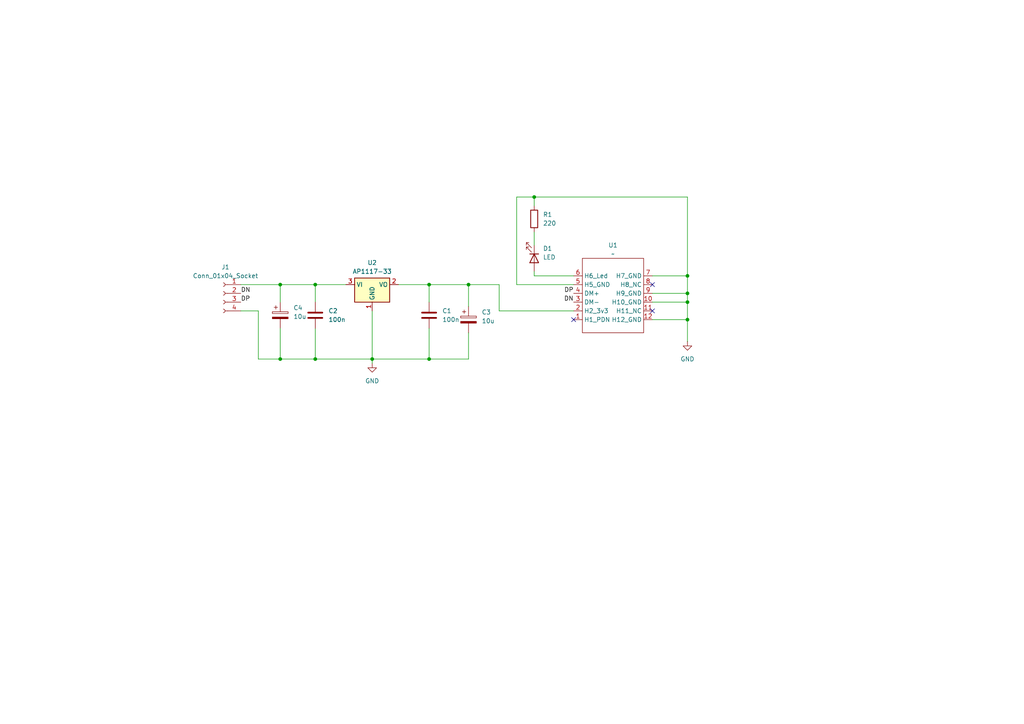
<source format=kicad_sch>
(kicad_sch (version 20231120) (generator "eeschema") (generator_version "8.0")
  (paper "A4")
  (lib_symbols
    (symbol "Connector:Conn_01x04_Socket" (pin_names (offset 1.016) hide)
      (property "Reference" "J" (at 0 5.08 0))
      (property "Value" "Conn_01x04_Socket" (at 0 -7.62 0))
      (symbol "Conn_01x04_Socket_1_1"
        (arc (start 0 -4.572) (mid -0.5058 -5.08) (end 0 -5.588) (stroke (width 0.1524)))
        (arc (start 0 -2.032) (mid -0.5058 -2.54) (end 0 -3.048) (stroke (width 0.1524)))
        (polyline (pts (xy -1.27 -5.08) (xy -0.508 -5.08)) (stroke (width 0.1524)))
        (polyline (pts (xy -1.27 -2.54) (xy -0.508 -2.54)) (stroke (width 0.1524)))
        (polyline (pts (xy -1.27 0) (xy -0.508 0)) (stroke (width 0.1524)))
        (polyline (pts (xy -1.27 2.54) (xy -0.508 2.54)) (stroke (width 0.1524)))
        (arc (start 0 0.508) (mid -0.5058 0) (end 0 -0.508) (stroke (width 0.1524)))
        (arc (start 0 3.048) (mid -0.5058 2.54) (end 0 2.032) (stroke (width 0.1524)))
        (pin passive line (at -5.08 2.54 0) (length 3.81) (name "Pin_1") (number "1"))
        (pin passive line (at -5.08 0 0) (length 3.81) (name "Pin_2") (number "2"))
        (pin passive line (at -5.08 -2.54 0) (length 3.81) (name "Pin_3") (number "3"))
        (pin passive line (at -5.08 -5.08 0) (length 3.81) (name "Pin_4") (number "4"))
      )
    )
    (symbol "Device:C" (pin_numbers hide) (pin_names (offset 0.254))
      (property "Reference" "C" (at 0.635 2.54 0))
      (property "Value" "C" (at 0.635 -2.54 0))
      (symbol "C_0_1"
        (polyline (pts (xy -2.032 -0.762) (xy 2.032 -0.762)) (stroke (width 0.508)))
        (polyline (pts (xy -2.032 0.762) (xy 2.032 0.762)) (stroke (width 0.508)))
      )
      (symbol "C_1_1"
        (pin passive line (at 0 3.81 270) (length 2.794) (name "~") (number "1"))
        (pin passive line (at 0 -3.81 90) (length 2.794) (name "~") (number "2"))
      )
    )
    (symbol "Device:C_Polarized" (pin_numbers hide) (pin_names (offset 0.254))
      (property "Reference" "C" (at 0.635 2.54 0))
      (property "Value" "C_Polarized" (at 0.635 -2.54 0))
      (symbol "C_Polarized_0_1"
        (rectangle (start -2.286 0.508) (end 2.286 1.016))
        (polyline (pts (xy -1.778 2.286) (xy -0.762 2.286)))
        (polyline (pts (xy -1.27 2.794) (xy -1.27 1.778)))
        (rectangle (start 2.286 -0.508) (end -2.286 -1.016) (fill (type outline)))
      )
      (symbol "C_Polarized_1_1"
        (pin passive line (at 0 3.81 270) (length 2.794) (name "~") (number "1"))
        (pin passive line (at 0 -3.81 90) (length 2.794) (name "~") (number "2"))
      )
    )
    (symbol "Device:LED" (pin_numbers hide) (pin_names (offset 1.016) hide)
      (property "Reference" "D" (at 0 2.54 0))
      (property "Value" "LED" (at 0 -2.54 0))
      (symbol "LED_0_1"
        (polyline (pts (xy -1.27 -1.27) (xy -1.27 1.27)) (stroke (width 0.254)))
        (polyline (pts (xy -1.27 0) (xy 1.27 0)))
        (polyline (pts (xy 1.27 -1.27) (xy 1.27 1.27) (xy -1.27 0) (xy 1.27 -1.27)) (stroke (width 0.254)))
        (polyline (pts (xy -3.048 -0.762) (xy -4.572 -2.286) (xy -3.81 -2.286) (xy -4.572 -2.286) (xy -4.572 -1.524)))
        (polyline (pts (xy -1.778 -0.762) (xy -3.302 -2.286) (xy -2.54 -2.286) (xy -3.302 -2.286) (xy -3.302 -1.524)))
      )
      (symbol "LED_1_1"
        (pin passive line (at -3.81 0 0) (length 2.54) (name "K") (number "1"))
        (pin passive line (at 3.81 0 180) (length 2.54) (name "A") (number "2"))
      )
    )
    (symbol "Device:R" (pin_numbers hide) (pin_names (offset 0))
      (property "Reference" "R" (at 2.032 0 90))
      (property "Value" "R" (at 0 0 90))
      (symbol "R_0_1"
        (rectangle (start -1.016 -2.54) (end 1.016 2.54) (stroke (width 0.254)))
      )
      (symbol "R_1_1"
        (pin passive line (at 0 3.81 270) (length 1.27) (name "~") (number "1"))
        (pin passive line (at 0 -3.81 90) (length 1.27) (name "~") (number "2"))
      )
    )
    (symbol "New_Library:RTL8812AU"
      (property "Reference" "U" (at -2.54 0 0))
      (symbol "RTL8812AU_0_1"
        (rectangle (start -8.89 11.43) (end 8.89 -10.16))
      )
      (symbol "RTL8812AU_1_1"
        (pin input line (at -11.43 -6.35 0) (length 2.54) (name "H1_PDN") (number "1"))
        (pin input line (at 11.43 -1.27 180) (length 2.54) (name "H10_GND") (number "10"))
        (pin input line (at 11.43 -3.81 180) (length 2.54) (name "H11_NC") (number "11"))
        (pin input line (at 11.43 -6.35 180) (length 2.54) (name "H12_GND") (number "12"))
        (pin input line (at -11.43 -3.81 0) (length 2.54) (name "H2_3v3") (number "2"))
        (pin input line (at -11.43 -1.27 0) (length 2.54) (name "DM-") (number "3"))
        (pin input line (at -11.43 1.27 0) (length 2.54) (name "DM+") (number "4"))
        (pin input line (at -11.43 3.81 0) (length 2.54) (name "H5_GND") (number "5"))
        (pin input line (at -11.43 6.35 0) (length 2.54) (name "H6_Led") (number "6"))
        (pin input line (at 11.43 6.35 180) (length 2.54) (name "H7_GND") (number "7"))
        (pin input line (at 11.43 3.81 180) (length 2.54) (name "H8_NC") (number "8"))
        (pin input line (at 11.43 1.27 180) (length 2.54) (name "H9_GND") (number "9"))
      )
    )
    (symbol "Regulator_Linear:AP1117-33"
      (property "Reference" "U" (at -3.81 3.175 0))
      (property "Value" "AP1117-33" (at 0 3.175 0))
      (symbol "AP1117-33_0_1"
        (rectangle (start -5.08 -5.08) (end 5.08 1.905) (stroke (width 0.254)) (fill (type background)))
      )
      (symbol "AP1117-33_1_1"
        (pin power_in line (at 0 -7.62 90) (length 2.54) (name "GND") (number "1"))
        (pin power_out line (at 7.62 0 180) (length 2.54) (name "VO") (number "2"))
        (pin power_in line (at -7.62 0 0) (length 2.54) (name "VI") (number "3"))
      )
    )
    (symbol "power:GND" (power) (pin_numbers hide) (pin_names (offset 0) hide)
      (property "Value" "GND" (at 0 -3.81 0))
      (symbol "GND_0_1"
        (polyline (pts (xy 0 0) (xy 0 -1.27) (xy 1.27 -1.27) (xy 0 -2.54) (xy -1.27 -1.27) (xy 0 -1.27)))
      )
      (symbol "GND_1_1"
        (pin power_in line (at 0 0 270) (length 0) (name "~") (number "1"))
      )
    )
  )
  (junction (at 199.39 87.63))
  (junction (at 199.39 92.71))
  (junction (at 124.46 82.55))
  (junction (at 107.95 104.14))
  (junction (at 199.39 80.01))
  (junction (at 81.28 104.14))
  (junction (at 81.28 82.55))
  (junction (at 154.94 57.15))
  (junction (at 135.89 82.55))
  (junction (at 124.46 104.14))
  (junction (at 199.39 85.09))
  (junction (at 91.44 104.14))
  (junction (at 91.44 82.55))
  (no_connect (at 166.37 92.71))
  (no_connect (at 189.23 82.55))
  (no_connect (at 189.23 90.17))
  (wire (pts (xy 189.23 80.01) (xy 199.39 80.01)))
  (wire (pts (xy 166.37 82.55) (xy 149.86 82.55)))
  (wire (pts (xy 124.46 82.55) (xy 124.46 87.63)))
  (wire (pts (xy 154.94 78.74) (xy 154.94 80.01)))
  (wire (pts (xy 199.39 85.09) (xy 199.39 87.63)))
  (wire (pts (xy 81.28 82.55) (xy 91.44 82.55)))
  (wire (pts (xy 81.28 82.55) (xy 81.28 87.63)))
  (wire (pts (xy 124.46 82.55) (xy 115.57 82.55)))
  (wire (pts (xy 81.28 95.25) (xy 81.28 104.14)))
  (wire (pts (xy 149.86 57.15) (xy 154.94 57.15)))
  (wire (pts (xy 124.46 95.25) (xy 124.46 104.14)))
  (wire (pts (xy 149.86 57.15) (xy 149.86 82.55)))
  (wire (pts (xy 135.89 96.52) (xy 135.89 104.14)))
  (wire (pts (xy 166.37 90.17) (xy 144.78 90.17)))
  (wire (pts (xy 74.93 90.17) (xy 74.93 104.14)))
  (wire (pts (xy 154.94 67.31) (xy 154.94 71.12)))
  (wire (pts (xy 91.44 82.55) (xy 91.44 87.63)))
  (wire (pts (xy 81.28 104.14) (xy 91.44 104.14)))
  (wire (pts (xy 144.78 90.17) (xy 144.78 82.55)))
  (wire (pts (xy 154.94 57.15) (xy 154.94 59.69)))
  (wire (pts (xy 199.39 57.15) (xy 199.39 80.01)))
  (wire (pts (xy 69.85 90.17) (xy 74.93 90.17)))
  (wire (pts (xy 189.23 87.63) (xy 199.39 87.63)))
  (wire (pts (xy 135.89 82.55) (xy 135.89 88.9)))
  (wire (pts (xy 91.44 82.55) (xy 100.33 82.55)))
  (wire (pts (xy 107.95 90.17) (xy 107.95 104.14)))
  (wire (pts (xy 199.39 87.63) (xy 199.39 92.71)))
  (wire (pts (xy 199.39 80.01) (xy 199.39 85.09)))
  (wire (pts (xy 144.78 82.55) (xy 135.89 82.55)))
  (wire (pts (xy 154.94 80.01) (xy 166.37 80.01)))
  (wire (pts (xy 107.95 104.14) (xy 107.95 105.41)))
  (wire (pts (xy 199.39 92.71) (xy 199.39 99.06)))
  (wire (pts (xy 91.44 95.25) (xy 91.44 104.14)))
  (wire (pts (xy 74.93 104.14) (xy 81.28 104.14)))
  (wire (pts (xy 154.94 57.15) (xy 199.39 57.15)))
  (wire (pts (xy 135.89 82.55) (xy 124.46 82.55)))
  (wire (pts (xy 124.46 104.14) (xy 107.95 104.14)))
  (wire (pts (xy 189.23 92.71) (xy 199.39 92.71)))
  (wire (pts (xy 124.46 104.14) (xy 135.89 104.14)))
  (wire (pts (xy 69.85 82.55) (xy 81.28 82.55)))
  (wire (pts (xy 189.23 85.09) (xy 199.39 85.09)))
  (wire (pts (xy 91.44 104.14) (xy 107.95 104.14)))
  (label "DP" (at 69.85 87.63 0))
  (label "DN" (at 166.37 87.63 180))
  (label "DP" (at 166.37 85.09 180))
  (label "DN" (at 69.85 85.09 0))
  (symbol (lib_id "Device:C") (at 124.46 91.44 0) (unit 1)
    (property "Reference" "C1" (at 128.27 90.1699 0) (effects (justify left)))
    (property "Value" "100n" (at 128.27 92.7099 0) (effects (justify left)))
    (property "Footprint" "Capacitor_SMD:C_0805_2012Metric_Pad1.18x1.45mm_HandSolder" (effects (hide yes)))
    (property "Description" "Unpolarized capacitor" (effects (hide yes)))
  )
  (symbol (lib_id "power:GND") (at 199.39 99.06 0) (unit 1)
    (property "Reference" "#PWR01" (effects (hide yes)))
    (property "Value" "GND" (at 199.39 104.14 0))
    (property "Description" "Power symbol creates a global label with name \"GND\" , ground" (effects (hide yes)))
  )
  (symbol (lib_id "New_Library:RTL8812AU") (at 177.8 86.36 0) (unit 1)
    (property "Reference" "U1" (at 177.8 71.12 0))
    (property "Value" "~" (at 177.8 73.66 0))
    (property "Footprint" "Library:RTL8812AU" (effects (hide yes)))
  )
  (symbol (lib_id "Device:R") (at 154.94 63.5 0) (unit 1)
    (property "Reference" "R1" (at 157.48 62.2299 0) (effects (justify left)))
    (property "Value" "220" (at 157.48 64.7699 0) (effects (justify left)))
    (property "Footprint" "Resistor_SMD:R_0805_2012Metric_Pad1.20x1.40mm_HandSolder" (effects (hide yes)))
    (property "Description" "Resistor" (effects (hide yes)))
  )
  (symbol (lib_id "Device:C_Polarized") (at 81.28 91.44 0) (unit 1)
    (property "Reference" "C4" (at 85.09 89.2809 0) (effects (justify left)))
    (property "Value" "10u" (at 85.09 91.8209 0) (effects (justify left)))
    (property "Footprint" "Capacitor_Tantalum_SMD:CP_EIA-3216-10_Kemet-I_Pad1.58x1.35mm_HandSolder" (effects (hide yes)))
    (property "Description" "Polarized capacitor" (effects (hide yes)))
  )
  (symbol (lib_id "Connector:Conn_01x04_Socket") (at 64.77 85.09 0) (mirror y) (unit 1)
    (property "Reference" "J1" (at 65.405 77.47 0))
    (property "Value" "Conn_01x04_Socket" (at 65.405 80.01 0))
    (property "Footprint" "Connector_PinHeader_2.54mm:PinHeader_1x04_P2.54mm_Vertical" (effects (hide yes)))
    (property "Description" "Generic connector, single row, 01x04, script generated" (effects (hide yes)))
  )
  (symbol (lib_id "Regulator_Linear:AP1117-33") (at 107.95 82.55 0) (unit 1)
    (property "Reference" "U2" (at 107.95 76.2 0))
    (property "Value" "AP1117-33" (at 107.95 78.74 0))
    (property "Footprint" "Package_TO_SOT_SMD:SOT-223-3_TabPin2" (effects (hide yes)))
    (property "Datasheet" "http://www.diodes.com/datasheets/AP1117.pdf" (effects (hide yes)))
    (property "Description" "1A Low Dropout regulator, positive, 3.3V fixed output, SOT-223" (effects (hide yes)))
  )
  (symbol (lib_id "Device:C") (at 91.44 91.44 0) (unit 1)
    (property "Reference" "C2" (at 95.25 90.1699 0) (effects (justify left)))
    (property "Value" "100n" (at 95.25 92.7099 0) (effects (justify left)))
    (property "Footprint" "Capacitor_SMD:C_0805_2012Metric_Pad1.18x1.45mm_HandSolder" (effects (hide yes)))
    (property "Description" "Unpolarized capacitor" (effects (hide yes)))
  )
  (symbol (lib_id "Device:C_Polarized") (at 135.89 92.71 0) (unit 1)
    (property "Reference" "C3" (at 139.7 90.5509 0) (effects (justify left)))
    (property "Value" "10u" (at 139.7 93.0909 0) (effects (justify left)))
    (property "Footprint" "Capacitor_Tantalum_SMD:CP_EIA-3216-10_Kemet-I_Pad1.58x1.35mm_HandSolder" (effects (hide yes)))
    (property "Description" "Polarized capacitor" (effects (hide yes)))
  )
  (symbol (lib_id "power:GND") (at 107.95 105.41 0) (unit 1)
    (property "Reference" "#PWR02" (effects (hide yes)))
    (property "Value" "GND" (at 107.95 110.49 0))
    (property "Description" "Power symbol creates a global label with name \"GND\" , ground" (effects (hide yes)))
  )
  (symbol (lib_id "Device:LED") (at 154.94 74.93 270) (unit 1)
    (property "Reference" "D1" (at 157.48 72.0724 90) (effects (justify left)))
    (property "Value" "LED" (at 157.48 74.6124 90) (effects (justify left)))
    (property "Footprint" "LED_SMD:LED_0805_2012Metric_Pad1.15x1.40mm_HandSolder" (effects (hide yes)))
    (property "Description" "Light emitting diode" (effects (hide yes)))
  )
)
</source>
